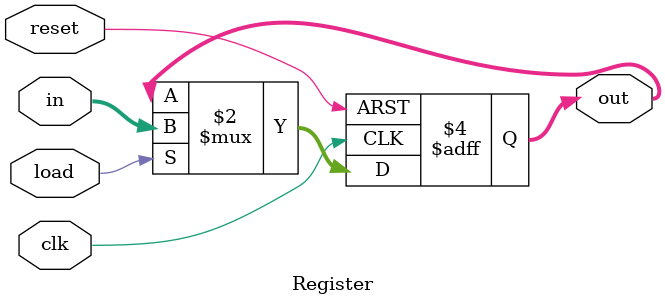
<source format=sv>
module Register (input [15:0] in, input clk, load, reset, output logic [15:0] out);
    always @(posedge clk or posedge reset) begin
        if (reset) out <= 16'b0;
        else if (load) out <= in;
        $display("Register: in = %b, out = %b", in, out);
    end
endmodule
</source>
